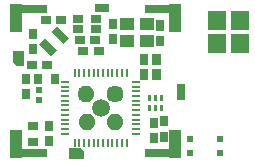
<source format=gtp>
G04 DipTrace 2.4.0.2*
%IN3dBBLEnotune.gtp*%
%MOMM*%
%ADD23R,0.7X0.9*%
%ADD24R,0.9X0.7*%
%ADD26R,0.85X0.65*%
%ADD27R,0.9X0.75*%
%ADD36R,0.75X0.9*%
%ADD37R,0.62X0.49*%
%ADD38R,0.56X0.57*%
%ADD39R,3.13X0.75*%
%ADD40R,1.0X2.4*%
%ADD42O,1.501X1.53*%
%ADD43O,1.44X1.414*%
%ADD44C,1.444*%
%ADD45O,1.429X1.429*%
%ADD50O,0.75X0.2*%
%ADD51O,0.2X0.75*%
%ADD54R,1.2X1.1*%
%ADD55R,0.762X1.397*%
%ADD56R,1.143X0.762*%
%FSLAX53Y53*%
G04*
G71*
G90*
G75*
G01*
%LNTopPaste*%
%LPD*%
G36*
X30540Y21270D2*
X29000D1*
Y22810D1*
X30540D1*
Y21270D1*
G37*
G36*
X32480D2*
X30940D1*
Y22810D1*
X32480D1*
Y21270D1*
G37*
G36*
Y23210D2*
X30940D1*
Y24750D1*
X32480D1*
Y23210D1*
G37*
G36*
X30540D2*
X29000D1*
Y24750D1*
X30540D1*
Y23210D1*
G37*
G36*
X25216Y17132D2*
X24966D1*
Y17682D1*
X25216D1*
Y17132D1*
G37*
G36*
X24716D2*
X24466D1*
Y17682D1*
X24716D1*
Y17132D1*
G37*
G36*
X24216D2*
X23966D1*
Y17682D1*
X24216D1*
Y17132D1*
G37*
G36*
Y16282D2*
X23966D1*
Y16832D1*
X24216D1*
Y16282D1*
G37*
G36*
X24716D2*
X24466D1*
Y16832D1*
X24716D1*
Y16282D1*
G37*
G36*
X25216D2*
X24966D1*
Y16832D1*
X25216D1*
Y16282D1*
G37*
G36*
X24610Y23996D2*
X25310D1*
Y23096D1*
X24610D1*
Y23996D1*
G37*
G36*
Y22696D2*
X25310D1*
Y21796D1*
X24610D1*
Y22696D1*
G37*
D23*
X20956Y22380D3*
Y23680D3*
X25329Y15451D3*
Y14151D3*
D24*
X16572Y24017D3*
X15272D3*
D23*
X14196Y21574D3*
Y22874D3*
D24*
X15398Y20194D3*
X14098D3*
X19743Y21430D3*
X18443D3*
G36*
X23261Y19843D2*
X23961D1*
Y18943D1*
X23261D1*
Y19843D1*
G37*
G36*
Y21143D2*
X23961D1*
Y20243D1*
X23261D1*
Y21143D1*
G37*
D23*
X24467Y15335D3*
Y14035D3*
X15523Y13770D3*
Y15070D3*
X13624Y17738D3*
Y19038D3*
D26*
X19496Y23271D3*
Y24121D3*
X18046D3*
Y23271D3*
D27*
X14197Y13695D3*
Y15095D3*
D36*
X16059Y19027D3*
X14659D3*
D37*
X14697Y18110D3*
Y17250D3*
G36*
X24995Y20242D2*
X24295D1*
Y21142D1*
X24995D1*
Y20242D1*
G37*
G36*
Y18942D2*
X24295D1*
Y19842D1*
X24995D1*
Y18942D1*
G37*
D24*
X18161Y22349D3*
X19461D3*
D38*
X27506Y13963D3*
Y12803D3*
X30056D3*
Y13963D3*
D39*
X25178Y12743D3*
D40*
X26244Y13568D3*
D39*
X13850Y12743D3*
D40*
X12784Y13568D3*
D39*
X13850Y24993D3*
D40*
X12784Y24168D3*
D39*
X25178Y24993D3*
D40*
X26244Y24168D3*
D42*
X19920Y16610D3*
D43*
X18720Y17748D3*
D44*
X21118Y17763D3*
D45*
X21110Y15404D3*
X18729Y15374D3*
D50*
X16945Y18795D3*
Y18395D3*
Y17995D3*
Y17595D3*
Y17195D3*
Y16795D3*
Y16395D3*
Y15995D3*
Y15595D3*
Y15195D3*
Y14795D3*
Y14395D3*
D51*
X17720Y13620D3*
X18120D3*
X18520D3*
X18920D3*
X19320D3*
X19720D3*
X20120D3*
X20520D3*
X20920D3*
X21320D3*
X21720D3*
X22120D3*
D50*
X22895Y14395D3*
Y14795D3*
Y15195D3*
Y15595D3*
Y15995D3*
Y16395D3*
Y16795D3*
Y17195D3*
Y17595D3*
Y17995D3*
Y18395D3*
Y18795D3*
D51*
X22120Y19570D3*
X21720D3*
X21320D3*
X20920D3*
X20520D3*
X20120D3*
X19720D3*
X19320D3*
X18920D3*
X18520D3*
X18120D3*
X17720D3*
D54*
X23835Y23662D3*
X22134D3*
Y22262D3*
X23835D3*
G36*
X16198Y21462D2*
X15703Y20967D1*
X14713Y21957D1*
X15208Y22452D1*
X16198Y21462D1*
G37*
G36*
X17258Y22523D2*
X16763Y22028D1*
X15773Y23018D1*
X16268Y23513D1*
X17258Y22523D1*
G37*
D55*
X26745Y17962D3*
D56*
X20020Y25022D3*
G36*
X18491Y12911D2*
Y12301D1*
X17221D1*
Y13165D1*
X18237D1*
X18491Y12911D1*
G37*
G36*
X12869Y20096D2*
X13428D1*
Y21366D1*
X12488D1*
Y20426D1*
X12869Y20096D1*
G37*
M02*

</source>
